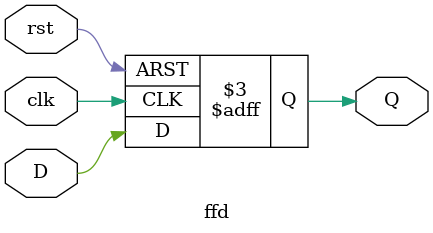
<source format=v>
module ffd (D, clk, Q, rst);

	// Declaracao de portas
	input D, rst; 
	input clk;
	output reg Q; 
	
	always @(posedge clk or posedge rst) 
		begin
		 if(rst == 1'b1)
			  Q <= 1'b0; 
			 else 
			  Q <= D;
		end 
		
endmodule

</source>
